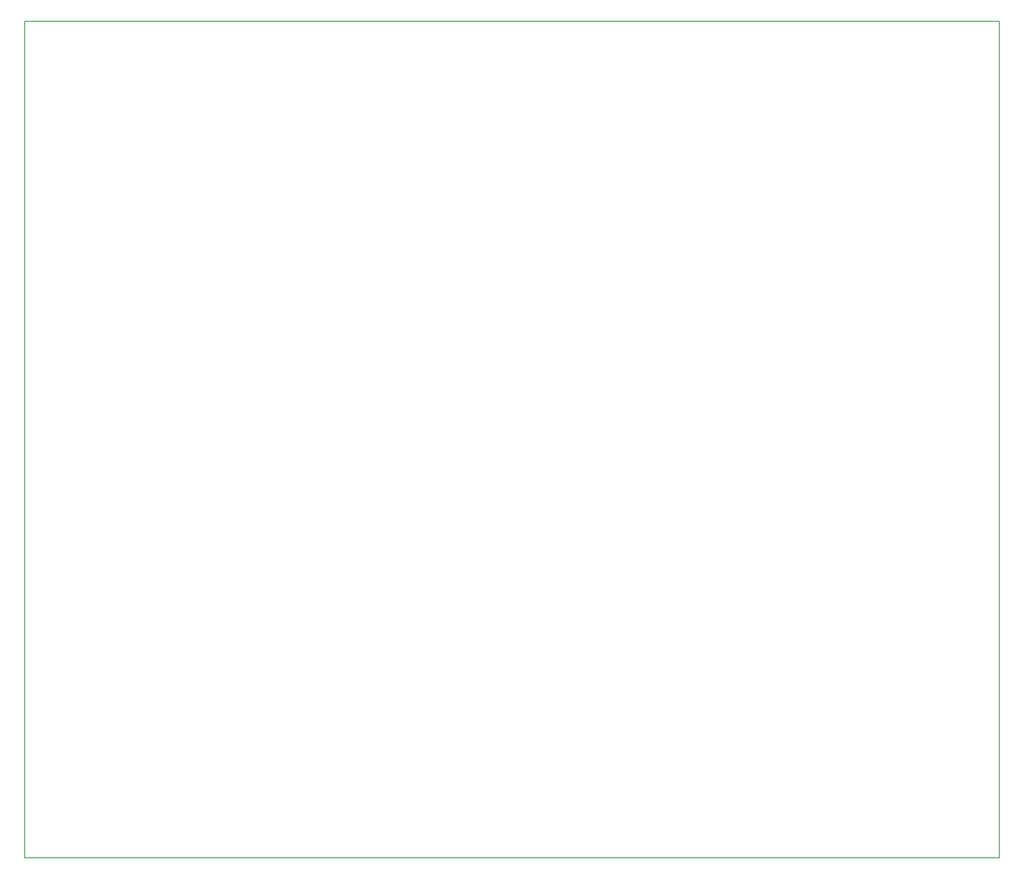
<source format=gbr>
G04 #@! TF.FileFunction,Profile,NP*
%FSLAX46Y46*%
G04 Gerber Fmt 4.6, Leading zero omitted, Abs format (unit mm)*
G04 Created by KiCad (PCBNEW 4.0.7) date Thursday, 23 May 2019 'à' 18:13:34*
%MOMM*%
%LPD*%
G01*
G04 APERTURE LIST*
%ADD10C,0.100000*%
%ADD11C,0.150000*%
G04 APERTURE END LIST*
D10*
D11*
X30800000Y-190900000D02*
X30800000Y-24200000D01*
X224800000Y-190900000D02*
X30800000Y-190900000D01*
X224800000Y-24200000D02*
X224800000Y-190900000D01*
X30800000Y-24200000D02*
X224800000Y-24200000D01*
X30800000Y-190900000D02*
X30800000Y-164800000D01*
X224800000Y-190900000D02*
X30800000Y-190900000D01*
X224800000Y-164700000D02*
X224800000Y-190900000D01*
X30800000Y-24200000D02*
X30800000Y-164800000D01*
X224800000Y-24200000D02*
X224800000Y-164800000D01*
X30800000Y-24200000D02*
X224800000Y-24200000D01*
M02*

</source>
